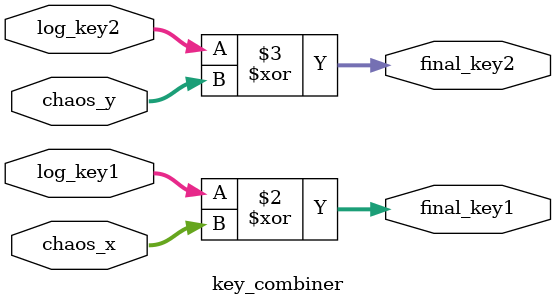
<source format=v>
module key_combiner(
    input wire [31:0] log_key1,  // Logarithmic key 1
    input wire [31:0] log_key2,  // Logarithmic key 2
    input wire [31:0] chaos_x,   // Chaotic sequence x
    input wire [31:0] chaos_y,   // Chaotic sequence y
    output reg [31:0] final_key1, // Final key 1
    output reg [31:0] final_key2  // Final key 2
);
    always @(log_key1 or log_key2 or chaos_x or chaos_y) begin
        final_key1 = log_key1 ^ chaos_x; // Combine key 1
        final_key2 = log_key2 ^ chaos_y; // Combine key 2
    end
endmodule

</source>
